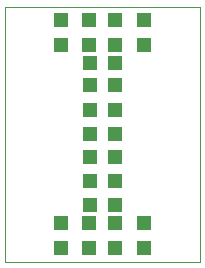
<source format=gtp>
G75*
%MOIN*%
%OFA0B0*%
%FSLAX24Y24*%
%IPPOS*%
%LPD*%
%AMOC8*
5,1,8,0,0,1.08239X$1,22.5*
%
%ADD10C,0.0000*%
%ADD11R,0.0472X0.0472*%
D10*
X001267Y002517D02*
X001267Y011017D01*
X007767Y011017D01*
X007767Y002517D01*
X001267Y002517D01*
D11*
X003142Y002978D03*
X003142Y003805D03*
X004079Y003805D03*
X004103Y004392D03*
X004103Y005204D03*
X004103Y006017D03*
X004103Y006767D03*
X004103Y007579D03*
X004103Y008392D03*
X004103Y009142D03*
X004079Y009728D03*
X004079Y010555D03*
X004954Y010555D03*
X004954Y009728D03*
X004930Y009142D03*
X004930Y008392D03*
X004930Y007579D03*
X004930Y006767D03*
X004930Y006017D03*
X004930Y005204D03*
X004930Y004392D03*
X004954Y003805D03*
X004954Y002978D03*
X004079Y002978D03*
X005892Y002978D03*
X005892Y003805D03*
X005892Y009728D03*
X005892Y010555D03*
X003142Y010555D03*
X003142Y009728D03*
M02*

</source>
